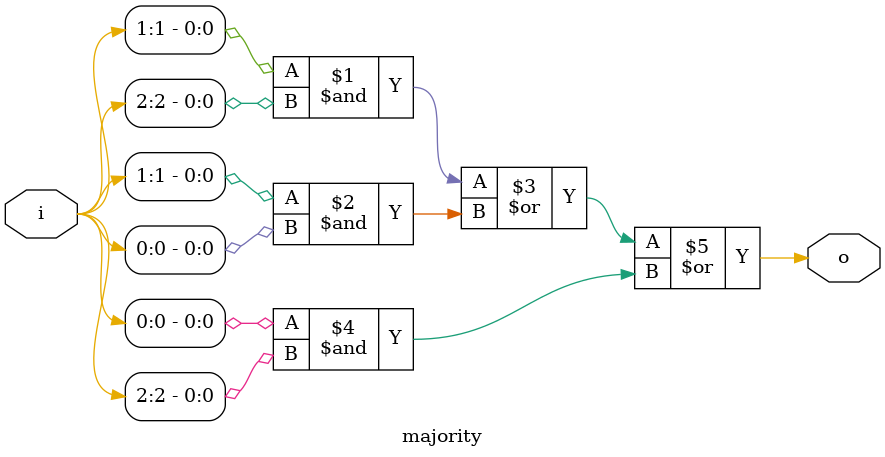
<source format=v>
`timescale 1ns / 1ps

module majority(
    input [2:0] i,
    output o
    );

assign o = (i[1] & i[2]) | (i[1] & i[0]) | (i[0] & i[2]);

endmodule

</source>
